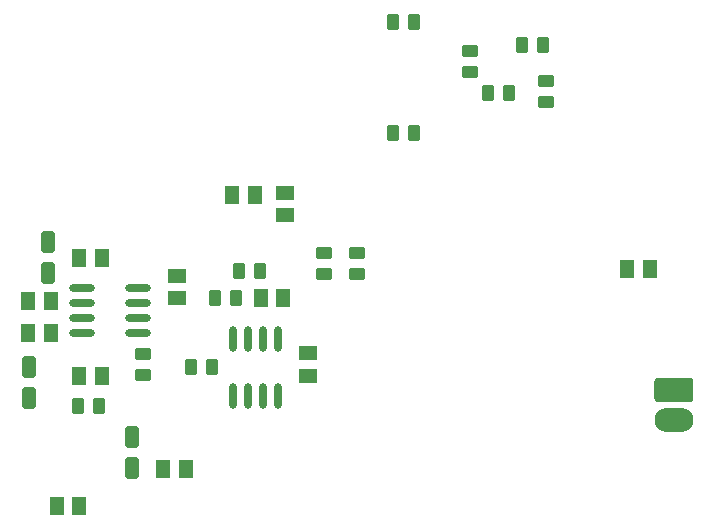
<source format=gbp>
G04 Layer_Color=128*
%FSLAX25Y25*%
%MOIN*%
G70*
G01*
G75*
%ADD12R,0.05906X0.05118*%
%ADD13R,0.05118X0.05906*%
%ADD17O,0.13000X0.08000*%
G04:AMPARAMS|DCode=18|XSize=130mil|YSize=80mil|CornerRadius=10mil|HoleSize=0mil|Usage=FLASHONLY|Rotation=0.000|XOffset=0mil|YOffset=0mil|HoleType=Round|Shape=RoundedRectangle|*
%AMROUNDEDRECTD18*
21,1,0.13000,0.06000,0,0,0.0*
21,1,0.11000,0.08000,0,0,0.0*
1,1,0.02000,0.05500,-0.03000*
1,1,0.02000,-0.05500,-0.03000*
1,1,0.02000,-0.05500,0.03000*
1,1,0.02000,0.05500,0.03000*
%
%ADD18ROUNDEDRECTD18*%
G04:AMPARAMS|DCode=23|XSize=70.87mil|YSize=47.24mil|CornerRadius=5.91mil|HoleSize=0mil|Usage=FLASHONLY|Rotation=90.000|XOffset=0mil|YOffset=0mil|HoleType=Round|Shape=RoundedRectangle|*
%AMROUNDEDRECTD23*
21,1,0.07087,0.03543,0,0,90.0*
21,1,0.05906,0.04724,0,0,90.0*
1,1,0.01181,0.01772,0.02953*
1,1,0.01181,0.01772,-0.02953*
1,1,0.01181,-0.01772,-0.02953*
1,1,0.01181,-0.01772,0.02953*
%
%ADD23ROUNDEDRECTD23*%
G04:AMPARAMS|DCode=31|XSize=55.12mil|YSize=39.37mil|CornerRadius=4.92mil|HoleSize=0mil|Usage=FLASHONLY|Rotation=90.000|XOffset=0mil|YOffset=0mil|HoleType=Round|Shape=RoundedRectangle|*
%AMROUNDEDRECTD31*
21,1,0.05512,0.02953,0,0,90.0*
21,1,0.04528,0.03937,0,0,90.0*
1,1,0.00984,0.01476,0.02264*
1,1,0.00984,0.01476,-0.02264*
1,1,0.00984,-0.01476,-0.02264*
1,1,0.00984,-0.01476,0.02264*
%
%ADD31ROUNDEDRECTD31*%
G04:AMPARAMS|DCode=68|XSize=55.12mil|YSize=39.37mil|CornerRadius=4.92mil|HoleSize=0mil|Usage=FLASHONLY|Rotation=0.000|XOffset=0mil|YOffset=0mil|HoleType=Round|Shape=RoundedRectangle|*
%AMROUNDEDRECTD68*
21,1,0.05512,0.02953,0,0,0.0*
21,1,0.04528,0.03937,0,0,0.0*
1,1,0.00984,0.02264,-0.01476*
1,1,0.00984,-0.02264,-0.01476*
1,1,0.00984,-0.02264,0.01476*
1,1,0.00984,0.02264,0.01476*
%
%ADD68ROUNDEDRECTD68*%
%ADD69O,0.08661X0.02362*%
%ADD70O,0.02362X0.08661*%
D12*
X315500Y262760D02*
D03*
Y270240D02*
D03*
X307900Y323740D02*
D03*
Y316260D02*
D03*
X271900Y295940D02*
D03*
Y288460D02*
D03*
D13*
X222260Y277000D02*
D03*
X229740D02*
D03*
X229740Y287500D02*
D03*
X222260D02*
D03*
X239260Y302000D02*
D03*
X246740D02*
D03*
X267260Y231500D02*
D03*
X274740D02*
D03*
X290260Y323000D02*
D03*
X297740D02*
D03*
X307240Y288500D02*
D03*
X299760D02*
D03*
X239260Y262500D02*
D03*
X246740D02*
D03*
X421960Y298200D02*
D03*
X429440D02*
D03*
X239340Y219400D02*
D03*
X231860D02*
D03*
D17*
X437500Y248000D02*
D03*
D18*
Y258000D02*
D03*
D23*
X257000Y231882D02*
D03*
Y242118D02*
D03*
X229000Y296882D02*
D03*
Y307118D02*
D03*
X222500Y265618D02*
D03*
Y255382D02*
D03*
D31*
X394043Y373000D02*
D03*
X386957D02*
D03*
X375457Y357000D02*
D03*
X382543D02*
D03*
X351043Y380600D02*
D03*
X343957D02*
D03*
X351043Y343600D02*
D03*
X343957D02*
D03*
X299543Y297500D02*
D03*
X292457D02*
D03*
X276457Y265500D02*
D03*
X283543D02*
D03*
X291543Y288500D02*
D03*
X284457D02*
D03*
X238957Y252500D02*
D03*
X246043D02*
D03*
D68*
X369500Y371043D02*
D03*
Y363957D02*
D03*
X395000Y353957D02*
D03*
Y361043D02*
D03*
X332000Y296457D02*
D03*
Y303543D02*
D03*
X321000D02*
D03*
Y296457D02*
D03*
X260500Y262957D02*
D03*
Y270043D02*
D03*
D69*
X258949Y292000D02*
D03*
Y287000D02*
D03*
Y282000D02*
D03*
Y277000D02*
D03*
X240051Y292000D02*
D03*
Y287000D02*
D03*
Y282000D02*
D03*
Y277000D02*
D03*
D70*
X305500Y256051D02*
D03*
X300500D02*
D03*
X295500D02*
D03*
X290500D02*
D03*
X305500Y274949D02*
D03*
X300500D02*
D03*
X295500D02*
D03*
X290500D02*
D03*
M02*

</source>
